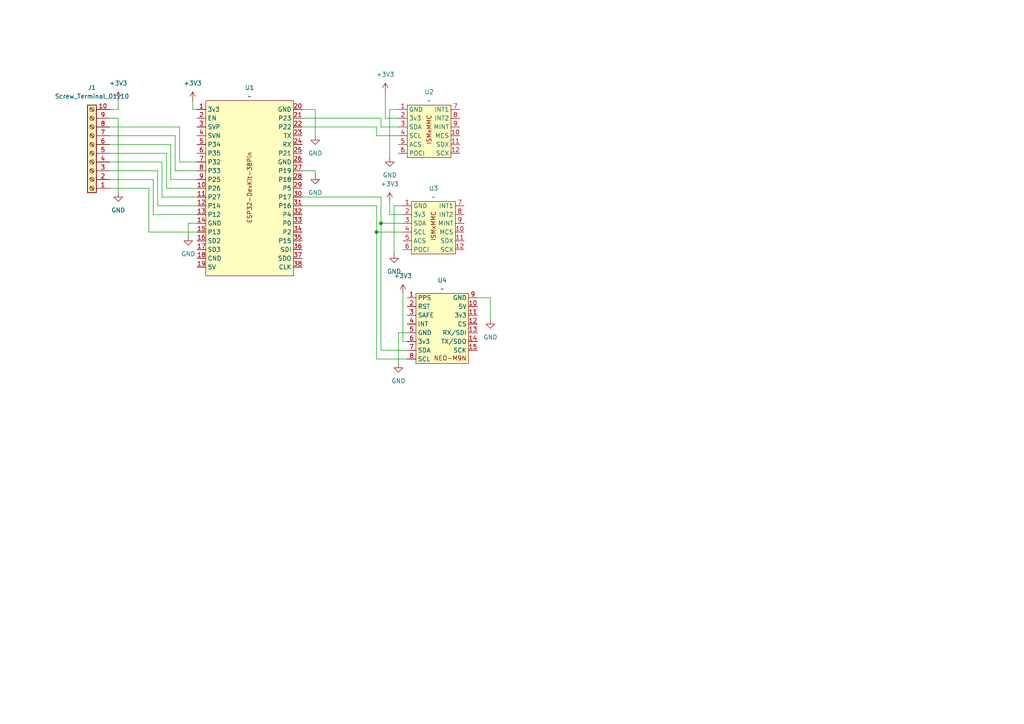
<source format=kicad_sch>
(kicad_sch (version 20250114) (generator "eeschema") (generator_version "9.0")
  (paper "A4")
  (lib_symbols
    (symbol "Connector:Screw_Terminal_01x10" (pin_names (offset 1.016) (hide yes))
      (property "Reference" "J" (at 0 12.7 0))
      (property "Value" "Screw_Terminal_01x10" (at 0 -15.24 0))
      (symbol "Screw_Terminal_01x10_1_1"
        (rectangle (start -1.27 11.43) (end 1.27 -13.97) (stroke (width 0.254)) (fill (type background)))
        (polyline (pts (xy -0.5334 10.4902) (xy 0.3302 9.652)) (stroke (width 0.1524)))
        (polyline (pts (xy -0.5334 7.9502) (xy 0.3302 7.112)) (stroke (width 0.1524)))
        (polyline (pts (xy -0.5334 5.4102) (xy 0.3302 4.572)) (stroke (width 0.1524)))
        (polyline (pts (xy -0.5334 2.8702) (xy 0.3302 2.032)) (stroke (width 0.1524)))
        (polyline (pts (xy -0.5334 0.3302) (xy 0.3302 -0.508)) (stroke (width 0.1524)))
        (polyline (pts (xy -0.5334 -2.2098) (xy 0.3302 -3.048)) (stroke (width 0.1524)))
        (polyline (pts (xy -0.5334 -4.7498) (xy 0.3302 -5.588)) (stroke (width 0.1524)))
        (polyline (pts (xy -0.5334 -7.2898) (xy 0.3302 -8.128)) (stroke (width 0.1524)))
        (polyline (pts (xy -0.5334 -9.8298) (xy 0.3302 -10.668)) (stroke (width 0.1524)))
        (polyline (pts (xy -0.5334 -12.3698) (xy 0.3302 -13.208)) (stroke (width 0.1524)))
        (polyline (pts (xy -0.3556 10.668) (xy 0.508 9.8298)) (stroke (width 0.1524)))
        (polyline (pts (xy -0.3556 8.128) (xy 0.508 7.2898)) (stroke (width 0.1524)))
        (polyline (pts (xy -0.3556 5.588) (xy 0.508 4.7498)) (stroke (width 0.1524)))
        (polyline (pts (xy -0.3556 3.048) (xy 0.508 2.2098)) (stroke (width 0.1524)))
        (polyline (pts (xy -0.3556 0.508) (xy 0.508 -0.3302)) (stroke (width 0.1524)))
        (polyline (pts (xy -0.3556 -2.032) (xy 0.508 -2.8702)) (stroke (width 0.1524)))
        (polyline (pts (xy -0.3556 -4.572) (xy 0.508 -5.4102)) (stroke (width 0.1524)))
        (polyline (pts (xy -0.3556 -7.112) (xy 0.508 -7.9502)) (stroke (width 0.1524)))
        (polyline (pts (xy -0.3556 -9.652) (xy 0.508 -10.4902)) (stroke (width 0.1524)))
        (polyline (pts (xy -0.3556 -12.192) (xy 0.508 -13.0302)) (stroke (width 0.1524)))
        (circle (center 0 10.16) (radius 0.635) (stroke (width 0.1524)))
        (circle (center 0 7.62) (radius 0.635) (stroke (width 0.1524)))
        (circle (center 0 5.08) (radius 0.635) (stroke (width 0.1524)))
        (circle (center 0 2.54) (radius 0.635) (stroke (width 0.1524)))
        (circle (center 0 0) (radius 0.635) (stroke (width 0.1524)))
        (circle (center 0 -2.54) (radius 0.635) (stroke (width 0.1524)))
        (circle (center 0 -5.08) (radius 0.635) (stroke (width 0.1524)))
        (circle (center 0 -7.62) (radius 0.635) (stroke (width 0.1524)))
        (circle (center 0 -10.16) (radius 0.635) (stroke (width 0.1524)))
        (circle (center 0 -12.7) (radius 0.635) (stroke (width 0.1524)))
        (pin passive line (at -5.08 10.16 0) (length 3.81) (name "Pin_1") (number "1"))
        (pin passive line (at -5.08 7.62 0) (length 3.81) (name "Pin_2") (number "2"))
        (pin passive line (at -5.08 5.08 0) (length 3.81) (name "Pin_3") (number "3"))
        (pin passive line (at -5.08 2.54 0) (length 3.81) (name "Pin_4") (number "4"))
        (pin passive line (at -5.08 0 0) (length 3.81) (name "Pin_5") (number "5"))
        (pin passive line (at -5.08 -2.54 0) (length 3.81) (name "Pin_6") (number "6"))
        (pin passive line (at -5.08 -5.08 0) (length 3.81) (name "Pin_7") (number "7"))
        (pin passive line (at -5.08 -7.62 0) (length 3.81) (name "Pin_8") (number "8"))
        (pin passive line (at -5.08 -10.16 0) (length 3.81) (name "Pin_9") (number "9"))
        (pin passive line (at -5.08 -12.7 0) (length 3.81) (name "Pin_10") (number "10"))
      )
    )
    (symbol "ISM330xMMC5893:ESP32"
      (property "Reference" "U" (at 0 26.162 0))
      (symbol "ESP32_1_1"
        (rectangle (start -12.7 25.4) (end 12.7 -25.4) (fill (type background)))
        (text "ESP32-DevKit-38Pin" (at 0 0.254 900) (effects (font (size 1.27 1.27))))
        (pin input line (at -15.24 22.86 0) (length 2.54) (name "3v3") (number "1"))
        (pin input line (at -15.24 20.32 0) (length 2.54) (name "EN") (number "2"))
        (pin input line (at -15.24 17.78 0) (length 2.54) (name "SVP") (number "3"))
        (pin input line (at -15.24 15.24 0) (length 2.54) (name "SVN") (number "4"))
        (pin input line (at -15.24 12.7 0) (length 2.54) (name "P34") (number "5"))
        (pin input line (at -15.24 10.16 0) (length 2.54) (name "P35") (number "6"))
        (pin input line (at -15.24 7.62 0) (length 2.54) (name "P32") (number "7"))
        (pin input line (at -15.24 5.08 0) (length 2.54) (name "P33") (number "8"))
        (pin input line (at -15.24 2.54 0) (length 2.54) (name "P25") (number "9"))
        (pin input line (at -15.24 0 0) (length 2.54) (name "P26") (number "10"))
        (pin input line (at -15.24 -2.54 0) (length 2.54) (name "P27") (number "11"))
        (pin input line (at -15.24 -5.08 0) (length 2.54) (name "P14") (number "12"))
        (pin input line (at -15.24 -7.62 0) (length 2.54) (name "P12") (number "13"))
        (pin input line (at -15.24 -10.16 0) (length 2.54) (name "GND") (number "14"))
        (pin input line (at -15.24 -12.7 0) (length 2.54) (name "P13") (number "15"))
        (pin input line (at -15.24 -15.24 0) (length 2.54) (name "SD2") (number "16"))
        (pin input line (at -15.24 -17.78 0) (length 2.54) (name "SD3") (number "17"))
        (pin input line (at -15.24 -20.32 0) (length 2.54) (name "CND") (number "18"))
        (pin input line (at -15.24 -22.86 0) (length 2.54) (name "5V") (number "19"))
        (pin input line (at 15.24 22.86 180) (length 2.54) (name "GND") (number "20"))
        (pin input line (at 15.24 20.32 180) (length 2.54) (name "P23") (number "21"))
        (pin input line (at 15.24 17.78 180) (length 2.54) (name "P22") (number "22"))
        (pin input line (at 15.24 15.24 180) (length 2.54) (name "TX") (number "23"))
        (pin input line (at 15.24 12.7 180) (length 2.54) (name "RX") (number "24"))
        (pin input line (at 15.24 10.16 180) (length 2.54) (name "P21") (number "25"))
        (pin input line (at 15.24 7.62 180) (length 2.54) (name "GND") (number "26"))
        (pin input line (at 15.24 5.08 180) (length 2.54) (name "P19") (number "27"))
        (pin input line (at 15.24 2.54 180) (length 2.54) (name "P18") (number "28"))
        (pin input line (at 15.24 0 180) (length 2.54) (name "P5") (number "29"))
        (pin input line (at 15.24 -2.54 180) (length 2.54) (name "P17") (number "30"))
        (pin input line (at 15.24 -5.08 180) (length 2.54) (name "P16") (number "31"))
        (pin input line (at 15.24 -7.62 180) (length 2.54) (name "P4") (number "32"))
        (pin input line (at 15.24 -10.16 180) (length 2.54) (name "P0") (number "33"))
        (pin input line (at 15.24 -12.7 180) (length 2.54) (name "P2") (number "34"))
        (pin input line (at 15.24 -15.24 180) (length 2.54) (name "P15") (number "35"))
        (pin input line (at 15.24 -17.78 180) (length 2.54) (name "SDI") (number "36"))
        (pin input line (at 15.24 -20.32 180) (length 2.54) (name "SDO") (number "37"))
        (pin input line (at 15.24 -22.86 180) (length 2.54) (name "CLK") (number "38"))
      )
    )
    (symbol "ISM330xMMC5893:ISMxMMC"
      (property "Reference" "U" (at 0 10.16 0))
      (symbol "ISMxMMC_1_1"
        (rectangle (start -6.35 8.89) (end 6.35 -6.35) (fill (type background)))
        (text "ISMxMMC" (at 0 1.778 900) (effects (font (size 1.27 1.27))))
        (pin input line (at -8.89 7.62 0) (length 2.54) (name "GND") (number "1"))
        (pin input line (at -8.89 5.08 0) (length 2.54) (name "3v3") (number "2"))
        (pin input line (at -8.89 2.54 0) (length 2.54) (name "SDA") (number "3"))
        (pin input line (at -8.89 0 0) (length 2.54) (name "SCL") (number "4"))
        (pin input line (at -8.89 -2.54 0) (length 2.54) (name "ACS") (number "5"))
        (pin input line (at -8.89 -5.08 0) (length 2.54) (name "POCI") (number "6"))
        (pin output line (at 8.89 7.62 180) (length 2.54) (name "INT1") (number "7"))
        (pin output line (at 8.89 5.08 180) (length 2.54) (name "INT2") (number "8"))
        (pin output line (at 8.89 2.54 180) (length 2.54) (name "MINT") (number "9"))
        (pin output line (at 8.89 0 180) (length 2.54) (name "MCS") (number "10"))
        (pin output line (at 8.89 -2.54 180) (length 2.54) (name "SDX") (number "11"))
        (pin output line (at 8.89 -5.08 180) (length 2.54) (name "SCX") (number "12"))
      )
    )
    (symbol "ISM330xMMC5893:NEO-M9N"
      (property "Reference" "U" (at 0 11.43 0))
      (symbol "NEO-M9N_1_1"
        (rectangle (start -7.62 10.16) (end 7.62 -10.16) (fill (type background)))
        (text "NEO-M9N" (at 2.286 -8.636 0) (effects (font (size 1.27 1.27))))
        (pin input line (at -10.16 8.89 0) (length 2.54) (name "PPS") (number "1"))
        (pin input line (at -10.16 6.35 0) (length 2.54) (name "RST") (number "2"))
        (pin input line (at -10.16 3.81 0) (length 2.54) (name "SAFE") (number "3"))
        (pin input line (at -10.16 1.27 0) (length 2.54) (name "INT") (number "4"))
        (pin input line (at -10.16 -1.27 0) (length 2.54) (name "GND") (number "5"))
        (pin input line (at -10.16 -3.81 0) (length 2.54) (name "3v3") (number "6"))
        (pin input line (at -10.16 -6.35 0) (length 2.54) (name "SDA") (number "7"))
        (pin input line (at -10.16 -8.89 0) (length 2.54) (name "SCL") (number "8"))
        (pin input line (at 10.16 8.89 180) (length 2.54) (name "GND") (number "9"))
        (pin input line (at 10.16 6.35 180) (length 2.54) (name "5V") (number "10"))
        (pin input line (at 10.16 3.81 180) (length 2.54) (name "3v3") (number "11"))
        (pin input line (at 10.16 1.27 180) (length 2.54) (name "CS") (number "12"))
        (pin input line (at 10.16 -1.27 180) (length 2.54) (name "RX/SDI") (number "13"))
        (pin input line (at 10.16 -3.81 180) (length 2.54) (name "TX/SDO") (number "14"))
        (pin input line (at 10.16 -6.35 180) (length 2.54) (name "SCK") (number "15"))
      )
    )
    (symbol "power:+3V3" (power) (pin_numbers (hide yes)) (pin_names (offset 0) (hide yes))
      (property "Value" "+3V3" (at 0 3.556 0))
      (symbol "+3V3_0_1"
        (polyline (pts (xy -0.762 1.27) (xy 0 2.54)))
        (polyline (pts (xy 0 2.54) (xy 0.762 1.27)))
        (polyline (pts (xy 0 0) (xy 0 2.54)))
      )
      (symbol "+3V3_1_1"
        (pin power_in line (at 0 0 90) (length 0) (name "~") (number "1"))
      )
    )
    (symbol "power:GND" (power) (pin_numbers (hide yes)) (pin_names (offset 0) (hide yes))
      (property "Value" "GND" (at 0 -3.81 0))
      (symbol "GND_0_1"
        (polyline (pts (xy 0 0) (xy 0 -1.27) (xy 1.27 -1.27) (xy 0 -2.54) (xy -1.27 -1.27) (xy 0 -1.27)))
      )
      (symbol "GND_1_1"
        (pin power_in line (at 0 0 270) (length 0) (name "~") (number "1"))
      )
    )
  )
  (junction (at 110.49 64.77))
  (junction (at 109.22 67.31))
  (wire (pts (xy 118.11 101.6) (xy 110.49 101.6)))
  (wire (pts (xy 52.07 46.99) (xy 57.15 46.99)))
  (wire (pts (xy 109.22 67.31) (xy 116.84 67.31)))
  (wire (pts (xy 110.49 34.29) (xy 110.49 36.83)))
  (wire (pts (xy 44.45 62.23) (xy 57.15 62.23)))
  (wire (pts (xy 50.8 49.53) (xy 50.8 39.37)))
  (wire (pts (xy 138.43 86.36) (xy 142.24 86.36)))
  (wire (pts (xy 31.75 36.83) (xy 52.07 36.83)))
  (wire (pts (xy 57.15 67.31) (xy 43.18 67.31)))
  (wire (pts (xy 109.22 39.37) (xy 115.57 39.37)))
  (wire (pts (xy 45.72 49.53) (xy 31.75 49.53)))
  (wire (pts (xy 48.26 54.61) (xy 48.26 44.45)))
  (wire (pts (xy 110.49 36.83) (xy 115.57 36.83)))
  (wire (pts (xy 87.63 36.83) (xy 109.22 36.83)))
  (wire (pts (xy 113.03 45.72) (xy 113.03 31.75)))
  (wire (pts (xy 115.57 96.52) (xy 118.11 96.52)))
  (wire (pts (xy 54.61 68.58) (xy 54.61 64.77)))
  (wire (pts (xy 49.53 41.91) (xy 49.53 52.07)))
  (wire (pts (xy 91.44 39.37) (xy 91.44 31.75)))
  (wire (pts (xy 43.18 54.61) (xy 31.75 54.61)))
  (wire (pts (xy 50.8 39.37) (xy 31.75 39.37)))
  (wire (pts (xy 31.75 52.07) (xy 44.45 52.07)))
  (wire (pts (xy 91.44 49.53) (xy 87.63 49.53)))
  (wire (pts (xy 46.99 57.15) (xy 57.15 57.15)))
  (wire (pts (xy 114.3 73.66) (xy 114.3 59.69)))
  (wire (pts (xy 116.84 99.06) (xy 116.84 85.09)))
  (wire (pts (xy 55.88 29.21) (xy 55.88 31.75)))
  (wire (pts (xy 110.49 64.77) (xy 116.84 64.77)))
  (wire (pts (xy 113.03 62.23) (xy 116.84 62.23)))
  (wire (pts (xy 34.29 29.21) (xy 34.29 31.75)))
  (wire (pts (xy 109.22 104.14) (xy 109.22 67.31)))
  (wire (pts (xy 115.57 105.41) (xy 115.57 96.52)))
  (wire (pts (xy 55.88 31.75) (xy 57.15 31.75)))
  (wire (pts (xy 48.26 44.45) (xy 31.75 44.45)))
  (wire (pts (xy 46.99 46.99) (xy 46.99 57.15)))
  (wire (pts (xy 118.11 99.06) (xy 116.84 99.06)))
  (wire (pts (xy 87.63 34.29) (xy 110.49 34.29)))
  (wire (pts (xy 44.45 52.07) (xy 44.45 62.23)))
  (wire (pts (xy 113.03 31.75) (xy 115.57 31.75)))
  (wire (pts (xy 87.63 59.69) (xy 109.22 59.69)))
  (wire (pts (xy 109.22 59.69) (xy 109.22 67.31)))
  (wire (pts (xy 109.22 36.83) (xy 109.22 39.37)))
  (wire (pts (xy 57.15 54.61) (xy 48.26 54.61)))
  (wire (pts (xy 57.15 49.53) (xy 50.8 49.53)))
  (wire (pts (xy 54.61 64.77) (xy 57.15 64.77)))
  (wire (pts (xy 31.75 46.99) (xy 46.99 46.99)))
  (wire (pts (xy 43.18 67.31) (xy 43.18 54.61)))
  (wire (pts (xy 114.3 59.69) (xy 116.84 59.69)))
  (wire (pts (xy 49.53 52.07) (xy 57.15 52.07)))
  (wire (pts (xy 91.44 31.75) (xy 87.63 31.75)))
  (wire (pts (xy 45.72 59.69) (xy 45.72 49.53)))
  (wire (pts (xy 34.29 31.75) (xy 31.75 31.75)))
  (wire (pts (xy 113.03 58.42) (xy 113.03 62.23)))
  (wire (pts (xy 118.11 104.14) (xy 109.22 104.14)))
  (wire (pts (xy 110.49 57.15) (xy 110.49 64.77)))
  (wire (pts (xy 91.44 50.8) (xy 91.44 49.53)))
  (wire (pts (xy 52.07 36.83) (xy 52.07 46.99)))
  (wire (pts (xy 31.75 41.91) (xy 49.53 41.91)))
  (wire (pts (xy 57.15 59.69) (xy 45.72 59.69)))
  (wire (pts (xy 111.76 34.29) (xy 115.57 34.29)))
  (wire (pts (xy 111.76 26.67) (xy 111.76 34.29)))
  (wire (pts (xy 34.29 34.29) (xy 31.75 34.29)))
  (wire (pts (xy 87.63 57.15) (xy 110.49 57.15)))
  (wire (pts (xy 110.49 101.6) (xy 110.49 64.77)))
  (wire (pts (xy 34.29 55.88) (xy 34.29 34.29)))
  (wire (pts (xy 142.24 86.36) (xy 142.24 92.71)))
  (symbol (lib_id "power:GND") (at 142.24 92.71 0) (unit 1)
    (property "Reference" "#PWR06" (effects (hide yes)))
    (property "Value" "GND" (at 142.24 97.79 0))
    (property "Description" "Power symbol creates a global label with name \"GND\" , ground" (effects (hide yes)))
  )
  (symbol (lib_id "power:GND") (at 91.44 50.8 0) (unit 1)
    (property "Reference" "#PWR05" (effects (hide yes)))
    (property "Value" "GND" (at 91.44 55.88 0))
    (property "Description" "Power symbol creates a global label with name \"GND\" , ground" (effects (hide yes)))
  )
  (symbol (lib_id "ISM330xMMC5893:ISMxMMC") (at 124.46 39.37 0) (unit 1)
    (property "Reference" "U2" (at 124.46 26.67 0))
    (property "Value" "~" (at 124.46 29.21 0))
    (property "Footprint" "ISM330xMMC5893:ISMxMMC" (effects (hide yes)))
  )
  (symbol (lib_id "power:GND") (at 91.44 39.37 0) (unit 1)
    (property "Reference" "#PWR04" (effects (hide yes)))
    (property "Value" "GND" (at 91.44 44.45 0))
    (property "Description" "Power symbol creates a global label with name \"GND\" , ground" (effects (hide yes)))
  )
  (symbol (lib_id "power:+3V3") (at 34.29 29.21 0) (unit 1)
    (property "Reference" "#PWR011" (effects (hide yes)))
    (property "Value" "+3V3" (at 34.29 24.13 0))
    (property "Description" "Power symbol creates a global label with name \"+3V3\"" (effects (hide yes)))
  )
  (symbol (lib_id "power:GND") (at 115.57 105.41 0) (unit 1)
    (property "Reference" "#PWR03" (effects (hide yes)))
    (property "Value" "GND" (at 115.57 110.49 0))
    (property "Description" "Power symbol creates a global label with name \"GND\" , ground" (effects (hide yes)))
  )
  (symbol (lib_id "ISM330xMMC5893:NEO-M9N") (at 128.27 95.25 0) (unit 1)
    (property "Reference" "U4" (at 128.27 81.28 0))
    (property "Value" "~" (at 128.27 83.82 0))
    (property "Footprint" "ISM330xMMC5893:NEO-M9N" (effects (hide yes)))
  )
  (symbol (lib_id "power:GND") (at 34.29 55.88 0) (unit 1)
    (property "Reference" "#PWR012" (effects (hide yes)))
    (property "Value" "GND" (at 34.29 60.96 0))
    (property "Description" "Power symbol creates a global label with name \"GND\" , ground" (effects (hide yes)))
  )
  (symbol (lib_id "power:GND") (at 54.61 68.58 0) (unit 1)
    (property "Reference" "#PWR013" (effects (hide yes)))
    (property "Value" "GND" (at 54.61 73.66 0))
    (property "Description" "Power symbol creates a global label with name \"GND\" , ground" (effects (hide yes)))
  )
  (symbol (lib_id "ISM330xMMC5893:ISMxMMC") (at 125.73 67.31 0) (unit 1)
    (property "Reference" "U3" (at 125.73 54.61 0))
    (property "Value" "~" (at 125.73 57.15 0))
    (property "Footprint" "ISM330xMMC5893:ISMxMMC" (effects (hide yes)))
  )
  (symbol (lib_id "ISM330xMMC5893:ESP32") (at 72.39 54.61 0) (unit 1)
    (property "Reference" "U1" (at 72.39 25.4 0))
    (property "Value" "~" (at 72.39 27.94 0))
    (property "Footprint" "ISM330xMMC5893:ESP32-DevKit-GPIO38" (effects (hide yes)))
  )
  (symbol (lib_id "power:GND") (at 114.3 73.66 0) (unit 1)
    (property "Reference" "#PWR02" (effects (hide yes)))
    (property "Value" "GND" (at 114.3 78.74 0))
    (property "Description" "Power symbol creates a global label with name \"GND\" , ground" (effects (hide yes)))
  )
  (symbol (lib_id "Connector:Screw_Terminal_01x10") (at 26.67 44.45 180) (unit 1)
    (property "Reference" "J1" (at 26.67 25.4 0))
    (property "Value" "Screw_Terminal_01x10" (at 26.67 27.94 0))
    (property "Footprint" "TerminalBlock_RND:TerminalBlock_RND_205-00240_1x10_P5.08mm_Horizontal" (effects (hide yes)))
    (property "Description" "Generic screw terminal, single row, 01x10, script generated (kicad-library-utils/schlib/autogen/connector/)" (effects (hide yes)))
  )
  (symbol (lib_id "power:+3V3") (at 113.03 58.42 0) (unit 1)
    (property "Reference" "#PWR08" (effects (hide yes)))
    (property "Value" "+3V3" (at 113.03 53.34 0))
    (property "Description" "Power symbol creates a global label with name \"+3V3\"" (effects (hide yes)))
  )
  (symbol (lib_id "power:+3V3") (at 55.88 29.21 0) (unit 1)
    (property "Reference" "#PWR010" (effects (hide yes)))
    (property "Value" "+3V3" (at 55.88 24.13 0))
    (property "Description" "Power symbol creates a global label with name \"+3V3\"" (effects (hide yes)))
  )
  (symbol (lib_id "power:+3V3") (at 111.76 26.67 0) (unit 1)
    (property "Reference" "#PWR07" (effects (hide yes)))
    (property "Value" "+3V3" (at 111.76 21.59 0))
    (property "Description" "Power symbol creates a global label with name \"+3V3\"" (effects (hide yes)))
  )
  (symbol (lib_id "power:GND") (at 113.03 45.72 0) (unit 1)
    (property "Reference" "#PWR01" (effects (hide yes)))
    (property "Value" "GND" (at 113.03 50.8 0))
    (property "Description" "Power symbol creates a global label with name \"GND\" , ground" (effects (hide yes)))
  )
  (symbol (lib_id "power:+3V3") (at 116.84 85.09 0) (unit 1)
    (property "Reference" "#PWR09" (effects (hide yes)))
    (property "Value" "+3V3" (at 116.84 80.01 0))
    (property "Description" "Power symbol creates a global label with name \"+3V3\"" (effects (hide yes)))
  )
)
</source>
